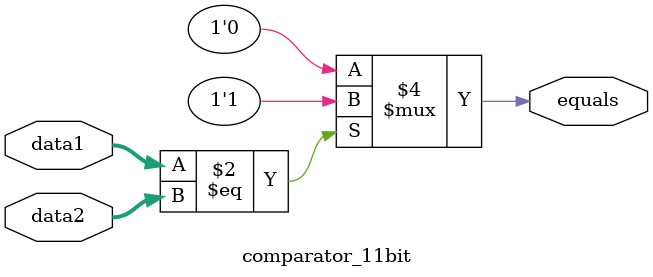
<source format=v>
module comparator_11bit(output reg equals,input[10:0] data1,data2);

	always @(data1 or data2)
	begin
		if (data1==data2)
			equals=1'b1;
		else
			equals=1'b0;
	end	

endmodule

</source>
